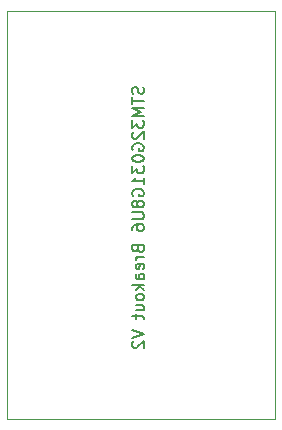
<source format=gbr>
G04 #@! TF.GenerationSoftware,KiCad,Pcbnew,(5.1.5)-3*
G04 #@! TF.CreationDate,2021-10-23T21:46:58-05:00*
G04 #@! TF.ProjectId,STM32QFN28Breakout,53544d33-3251-4464-9e32-38427265616b,rev?*
G04 #@! TF.SameCoordinates,Original*
G04 #@! TF.FileFunction,Legend,Bot*
G04 #@! TF.FilePolarity,Positive*
%FSLAX46Y46*%
G04 Gerber Fmt 4.6, Leading zero omitted, Abs format (unit mm)*
G04 Created by KiCad (PCBNEW (5.1.5)-3) date 2021-10-23 21:46:58*
%MOMM*%
%LPD*%
G04 APERTURE LIST*
%ADD10C,0.150000*%
%ADD11C,0.050000*%
G04 APERTURE END LIST*
D10*
X212240761Y-82830780D02*
X212288380Y-82973638D01*
X212288380Y-83211733D01*
X212240761Y-83306971D01*
X212193142Y-83354590D01*
X212097904Y-83402209D01*
X212002666Y-83402209D01*
X211907428Y-83354590D01*
X211859809Y-83306971D01*
X211812190Y-83211733D01*
X211764571Y-83021257D01*
X211716952Y-82926019D01*
X211669333Y-82878400D01*
X211574095Y-82830780D01*
X211478857Y-82830780D01*
X211383619Y-82878400D01*
X211336000Y-82926019D01*
X211288380Y-83021257D01*
X211288380Y-83259352D01*
X211336000Y-83402209D01*
X211288380Y-83687923D02*
X211288380Y-84259352D01*
X212288380Y-83973638D02*
X211288380Y-83973638D01*
X212288380Y-84592685D02*
X211288380Y-84592685D01*
X212002666Y-84926019D01*
X211288380Y-85259352D01*
X212288380Y-85259352D01*
X211288380Y-85640304D02*
X211288380Y-86259352D01*
X211669333Y-85926019D01*
X211669333Y-86068876D01*
X211716952Y-86164114D01*
X211764571Y-86211733D01*
X211859809Y-86259352D01*
X212097904Y-86259352D01*
X212193142Y-86211733D01*
X212240761Y-86164114D01*
X212288380Y-86068876D01*
X212288380Y-85783161D01*
X212240761Y-85687923D01*
X212193142Y-85640304D01*
X211383619Y-86640304D02*
X211336000Y-86687923D01*
X211288380Y-86783161D01*
X211288380Y-87021257D01*
X211336000Y-87116495D01*
X211383619Y-87164114D01*
X211478857Y-87211733D01*
X211574095Y-87211733D01*
X211716952Y-87164114D01*
X212288380Y-86592685D01*
X212288380Y-87211733D01*
X211336000Y-88164114D02*
X211288380Y-88068876D01*
X211288380Y-87926019D01*
X211336000Y-87783161D01*
X211431238Y-87687923D01*
X211526476Y-87640304D01*
X211716952Y-87592685D01*
X211859809Y-87592685D01*
X212050285Y-87640304D01*
X212145523Y-87687923D01*
X212240761Y-87783161D01*
X212288380Y-87926019D01*
X212288380Y-88021257D01*
X212240761Y-88164114D01*
X212193142Y-88211733D01*
X211859809Y-88211733D01*
X211859809Y-88021257D01*
X211288380Y-88830780D02*
X211288380Y-88926019D01*
X211336000Y-89021257D01*
X211383619Y-89068876D01*
X211478857Y-89116495D01*
X211669333Y-89164114D01*
X211907428Y-89164114D01*
X212097904Y-89116495D01*
X212193142Y-89068876D01*
X212240761Y-89021257D01*
X212288380Y-88926019D01*
X212288380Y-88830780D01*
X212240761Y-88735542D01*
X212193142Y-88687923D01*
X212097904Y-88640304D01*
X211907428Y-88592685D01*
X211669333Y-88592685D01*
X211478857Y-88640304D01*
X211383619Y-88687923D01*
X211336000Y-88735542D01*
X211288380Y-88830780D01*
X211288380Y-89497447D02*
X211288380Y-90116495D01*
X211669333Y-89783161D01*
X211669333Y-89926019D01*
X211716952Y-90021257D01*
X211764571Y-90068876D01*
X211859809Y-90116495D01*
X212097904Y-90116495D01*
X212193142Y-90068876D01*
X212240761Y-90021257D01*
X212288380Y-89926019D01*
X212288380Y-89640304D01*
X212240761Y-89545066D01*
X212193142Y-89497447D01*
X212288380Y-91068876D02*
X212288380Y-90497447D01*
X212288380Y-90783161D02*
X211288380Y-90783161D01*
X211431238Y-90687923D01*
X211526476Y-90592685D01*
X211574095Y-90497447D01*
X211336000Y-92021257D02*
X211288380Y-91926019D01*
X211288380Y-91783161D01*
X211336000Y-91640304D01*
X211431238Y-91545066D01*
X211526476Y-91497447D01*
X211716952Y-91449828D01*
X211859809Y-91449828D01*
X212050285Y-91497447D01*
X212145523Y-91545066D01*
X212240761Y-91640304D01*
X212288380Y-91783161D01*
X212288380Y-91878399D01*
X212240761Y-92021257D01*
X212193142Y-92068876D01*
X211859809Y-92068876D01*
X211859809Y-91878399D01*
X211716952Y-92640304D02*
X211669333Y-92545066D01*
X211621714Y-92497447D01*
X211526476Y-92449828D01*
X211478857Y-92449828D01*
X211383619Y-92497447D01*
X211336000Y-92545066D01*
X211288380Y-92640304D01*
X211288380Y-92830780D01*
X211336000Y-92926019D01*
X211383619Y-92973638D01*
X211478857Y-93021257D01*
X211526476Y-93021257D01*
X211621714Y-92973638D01*
X211669333Y-92926019D01*
X211716952Y-92830780D01*
X211716952Y-92640304D01*
X211764571Y-92545066D01*
X211812190Y-92497447D01*
X211907428Y-92449828D01*
X212097904Y-92449828D01*
X212193142Y-92497447D01*
X212240761Y-92545066D01*
X212288380Y-92640304D01*
X212288380Y-92830780D01*
X212240761Y-92926019D01*
X212193142Y-92973638D01*
X212097904Y-93021257D01*
X211907428Y-93021257D01*
X211812190Y-92973638D01*
X211764571Y-92926019D01*
X211716952Y-92830780D01*
X211288380Y-93449828D02*
X212097904Y-93449828D01*
X212193142Y-93497447D01*
X212240761Y-93545066D01*
X212288380Y-93640304D01*
X212288380Y-93830780D01*
X212240761Y-93926019D01*
X212193142Y-93973638D01*
X212097904Y-94021257D01*
X211288380Y-94021257D01*
X211288380Y-94926019D02*
X211288380Y-94735542D01*
X211336000Y-94640304D01*
X211383619Y-94592685D01*
X211526476Y-94497447D01*
X211716952Y-94449828D01*
X212097904Y-94449828D01*
X212193142Y-94497447D01*
X212240761Y-94545066D01*
X212288380Y-94640304D01*
X212288380Y-94830780D01*
X212240761Y-94926019D01*
X212193142Y-94973638D01*
X212097904Y-95021257D01*
X211859809Y-95021257D01*
X211764571Y-94973638D01*
X211716952Y-94926019D01*
X211669333Y-94830780D01*
X211669333Y-94640304D01*
X211716952Y-94545066D01*
X211764571Y-94497447D01*
X211859809Y-94449828D01*
X211764571Y-96545066D02*
X211812190Y-96687923D01*
X211859809Y-96735542D01*
X211955047Y-96783161D01*
X212097904Y-96783161D01*
X212193142Y-96735542D01*
X212240761Y-96687923D01*
X212288380Y-96592685D01*
X212288380Y-96211733D01*
X211288380Y-96211733D01*
X211288380Y-96545066D01*
X211336000Y-96640304D01*
X211383619Y-96687923D01*
X211478857Y-96735542D01*
X211574095Y-96735542D01*
X211669333Y-96687923D01*
X211716952Y-96640304D01*
X211764571Y-96545066D01*
X211764571Y-96211733D01*
X212288380Y-97211733D02*
X211621714Y-97211733D01*
X211812190Y-97211733D02*
X211716952Y-97259352D01*
X211669333Y-97306971D01*
X211621714Y-97402209D01*
X211621714Y-97497447D01*
X212240761Y-98211733D02*
X212288380Y-98116495D01*
X212288380Y-97926019D01*
X212240761Y-97830780D01*
X212145523Y-97783161D01*
X211764571Y-97783161D01*
X211669333Y-97830780D01*
X211621714Y-97926019D01*
X211621714Y-98116495D01*
X211669333Y-98211733D01*
X211764571Y-98259352D01*
X211859809Y-98259352D01*
X211955047Y-97783161D01*
X212288380Y-99116495D02*
X211764571Y-99116495D01*
X211669333Y-99068876D01*
X211621714Y-98973638D01*
X211621714Y-98783161D01*
X211669333Y-98687923D01*
X212240761Y-99116495D02*
X212288380Y-99021257D01*
X212288380Y-98783161D01*
X212240761Y-98687923D01*
X212145523Y-98640304D01*
X212050285Y-98640304D01*
X211955047Y-98687923D01*
X211907428Y-98783161D01*
X211907428Y-99021257D01*
X211859809Y-99116495D01*
X212288380Y-99592685D02*
X211288380Y-99592685D01*
X211907428Y-99687923D02*
X212288380Y-99973638D01*
X211621714Y-99973638D02*
X212002666Y-99592685D01*
X212288380Y-100545066D02*
X212240761Y-100449828D01*
X212193142Y-100402209D01*
X212097904Y-100354590D01*
X211812190Y-100354590D01*
X211716952Y-100402209D01*
X211669333Y-100449828D01*
X211621714Y-100545066D01*
X211621714Y-100687923D01*
X211669333Y-100783161D01*
X211716952Y-100830780D01*
X211812190Y-100878399D01*
X212097904Y-100878399D01*
X212193142Y-100830780D01*
X212240761Y-100783161D01*
X212288380Y-100687923D01*
X212288380Y-100545066D01*
X211621714Y-101735542D02*
X212288380Y-101735542D01*
X211621714Y-101306971D02*
X212145523Y-101306971D01*
X212240761Y-101354590D01*
X212288380Y-101449828D01*
X212288380Y-101592685D01*
X212240761Y-101687923D01*
X212193142Y-101735542D01*
X211621714Y-102068876D02*
X211621714Y-102449828D01*
X211288380Y-102211733D02*
X212145523Y-102211733D01*
X212240761Y-102259352D01*
X212288380Y-102354590D01*
X212288380Y-102449828D01*
X211288380Y-103402209D02*
X212288380Y-103735542D01*
X211288380Y-104068876D01*
X211383619Y-104354590D02*
X211336000Y-104402209D01*
X211288380Y-104497447D01*
X211288380Y-104735542D01*
X211336000Y-104830780D01*
X211383619Y-104878399D01*
X211478857Y-104926019D01*
X211574095Y-104926019D01*
X211716952Y-104878399D01*
X212288380Y-104306971D01*
X212288380Y-104926019D01*
D11*
X200693020Y-76370180D02*
X200693020Y-110929420D01*
X223405700Y-76377800D02*
X200693020Y-76370180D01*
X223405700Y-110975140D02*
X223405700Y-76377800D01*
X200693020Y-110929420D02*
X223405700Y-110975140D01*
M02*

</source>
